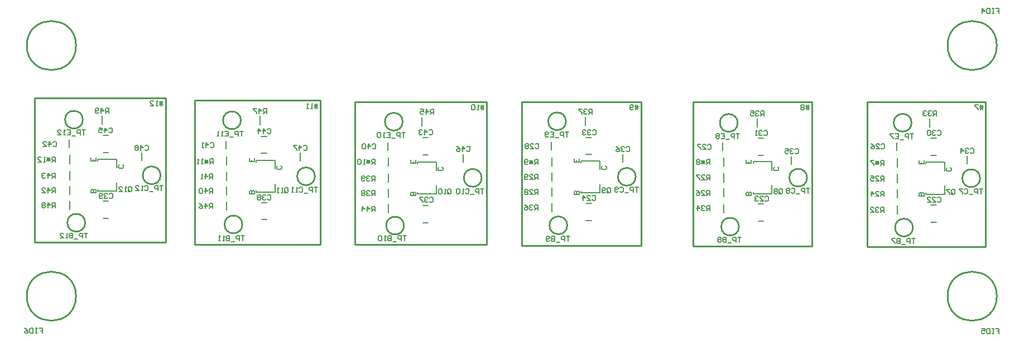
<source format=gbo>
G04 Layer_Color=32896*
%FSLAX25Y25*%
%MOIN*%
G70*
G01*
G75*
%ADD21C,0.01000*%
%ADD23C,0.00787*%
%ADD24C,0.00500*%
D21*
X43747Y130640D02*
G03*
X43747Y130640I-5315J0D01*
G01*
X45140Y68940D02*
G03*
X45140Y68940I-5315J0D01*
G01*
X182403Y96740D02*
G03*
X182403Y96740I-5315J0D01*
G01*
X234818Y129400D02*
G03*
X234818Y129400I-5315J0D01*
G01*
X235603Y67240D02*
G03*
X235603Y67240I-5315J0D01*
G01*
X374015Y96454D02*
G03*
X374015Y96454I-5315J0D01*
G01*
X579726Y95600D02*
G03*
X579726Y95600I-5315J0D01*
G01*
X90203Y97340D02*
G03*
X90203Y97340I-5315J0D01*
G01*
X138147Y130240D02*
G03*
X138147Y130240I-5315J0D01*
G01*
X139040Y67940D02*
G03*
X139040Y67940I-5315J0D01*
G01*
X281975Y95800D02*
G03*
X281975Y95800I-5315J0D01*
G01*
X332358Y129660D02*
G03*
X332358Y129660I-5315J0D01*
G01*
X333124Y67400D02*
G03*
X333124Y67400I-5315J0D01*
G01*
X434915Y128700D02*
G03*
X434915Y128700I-5315J0D01*
G01*
X435709Y66600D02*
G03*
X435709Y66600I-5315J0D01*
G01*
X476372Y95900D02*
G03*
X476372Y95900I-5315J0D01*
G01*
X538769Y128800D02*
G03*
X538769Y128800I-5315J0D01*
G01*
X539563Y66040D02*
G03*
X539563Y66040I-5315J0D01*
G01*
X39705Y175000D02*
G03*
X39705Y175000I-14705J0D01*
G01*
Y25000D02*
G03*
X39705Y25000I-14705J0D01*
G01*
X589705Y175000D02*
G03*
X589705Y175000I-14705J0D01*
G01*
Y25000D02*
G03*
X589705Y25000I-14705J0D01*
G01*
X206160Y141200D02*
X284860D01*
X206160Y55740D02*
X284860D01*
X306000Y141200D02*
X377200D01*
X15088Y143500D02*
X93288D01*
X15088Y57240D02*
X93288D01*
X512211Y141200D02*
X583011D01*
X306000Y55400D02*
X377200D01*
X512211Y54440D02*
X583011D01*
X408157Y55000D02*
X479357D01*
X110700Y142100D02*
X185588D01*
X110700Y55840D02*
X185588D01*
X408157Y141200D02*
X479357D01*
X206160Y55740D02*
Y141200D01*
X15088Y57240D02*
Y143500D01*
X93288Y57240D02*
Y143500D01*
X110700Y55840D02*
Y142100D01*
X185588Y55840D02*
Y142100D01*
X284860Y55740D02*
Y141200D01*
X306000Y55400D02*
Y141200D01*
X377200Y55400D02*
Y141200D01*
X408157Y55000D02*
Y141200D01*
X479357Y55000D02*
Y141200D01*
X512211Y54440D02*
Y141200D01*
X583011Y54440D02*
Y141200D01*
D23*
X558583Y86000D02*
Y91200D01*
X547283Y86000D02*
X558583D01*
X547283D02*
Y87000D01*
Y104200D02*
Y105200D01*
X558583D01*
Y100000D02*
Y105200D01*
X35888Y76881D02*
Y81999D01*
X78800Y106138D02*
Y110862D01*
X150483Y81058D02*
X153632D01*
X150483Y70822D02*
X153632D01*
X150413Y120658D02*
X153563D01*
X150413Y110422D02*
X153563D01*
X173600Y106038D02*
Y110762D01*
X226360Y74981D02*
Y80099D01*
X344397Y119978D02*
X347546D01*
X344397Y109742D02*
X347546D01*
X344425Y80618D02*
X347575D01*
X344425Y70382D02*
X347575D01*
X426457Y102941D02*
Y108059D01*
X447282Y80218D02*
X450431D01*
X447282Y69982D02*
X450431D01*
X426457Y74941D02*
Y80059D01*
X530311Y102381D02*
Y107499D01*
Y74181D02*
Y79299D01*
X571900Y104238D02*
Y108962D01*
X550436Y79458D02*
X553586D01*
X550436Y69222D02*
X553586D01*
X35488Y113778D02*
Y118502D01*
X35888Y94691D02*
Y99809D01*
Y85881D02*
Y90999D01*
Y104381D02*
Y109499D01*
X129288Y113278D02*
Y118002D01*
X129600Y76441D02*
Y81559D01*
X129588Y94281D02*
Y99399D01*
X129688Y103481D02*
Y108599D01*
X225960Y112338D02*
Y117062D01*
X226360Y93241D02*
Y98359D01*
Y102881D02*
Y107999D01*
X271000Y105238D02*
Y109962D01*
X323500Y112498D02*
Y117222D01*
X323872Y84801D02*
Y89919D01*
Y102901D02*
Y108019D01*
Y93895D02*
Y99013D01*
X343800Y127101D02*
Y132219D01*
X352572Y86860D02*
Y92060D01*
X341272Y86860D02*
X352572D01*
X341272D02*
Y87860D01*
Y105060D02*
Y106060D01*
X352572D01*
Y100860D02*
Y106060D01*
X447282Y119618D02*
X450431D01*
X447282Y109382D02*
X450431D01*
X446657Y126141D02*
Y131259D01*
X426457Y84441D02*
Y89559D01*
Y93395D02*
Y98513D01*
X529911Y112138D02*
Y116862D01*
X530311Y83781D02*
Y88899D01*
Y93035D02*
Y98154D01*
X550408Y119618D02*
X553557D01*
X550408Y109382D02*
X553557D01*
X549713Y126241D02*
Y131359D01*
X129600Y85441D02*
Y90559D01*
X226360Y84281D02*
Y89399D01*
X323900Y75541D02*
Y80659D01*
X426057Y112176D02*
Y116900D01*
X455428Y86360D02*
Y91560D01*
X444128Y86360D02*
X455428D01*
X444128D02*
Y87360D01*
Y104560D02*
Y105560D01*
X455428D01*
Y100360D02*
Y105560D01*
X55913Y81758D02*
X59063D01*
X55913Y71522D02*
X59063D01*
X55913Y121258D02*
X59063D01*
X55913Y111022D02*
X59063D01*
X246957Y79118D02*
X250106D01*
X246957Y68882D02*
X250106D01*
X246857Y119818D02*
X250006D01*
X246857Y109582D02*
X250006D01*
X467028Y103998D02*
Y108722D01*
X55288Y127900D02*
Y133018D01*
X149788Y127681D02*
Y132799D01*
X246232Y126841D02*
Y131959D01*
X366200Y105138D02*
Y109862D01*
X64088Y87740D02*
Y92940D01*
X52788Y87740D02*
X64088D01*
X52788D02*
Y88740D01*
Y105940D02*
Y106940D01*
X64088D01*
Y101740D02*
Y106940D01*
X158588Y87140D02*
Y92340D01*
X147288Y87140D02*
X158588D01*
X147288D02*
Y88140D01*
Y105340D02*
Y106340D01*
X158588D01*
Y101140D02*
Y106340D01*
X255031Y86200D02*
Y91400D01*
X243731Y86200D02*
X255031D01*
X243731D02*
Y87200D01*
Y104400D02*
Y105400D01*
X255031D01*
Y100200D02*
Y105400D01*
D24*
X45131Y124539D02*
X43132D01*
X44132D01*
Y121540D01*
X42132D02*
Y124539D01*
X40633D01*
X40133Y124039D01*
Y123040D01*
X40633Y122540D01*
X42132D01*
X39133Y121040D02*
X37134D01*
X34135Y124539D02*
X36134D01*
Y121540D01*
X34135D01*
X36134Y123040D02*
X35135D01*
X33135Y121540D02*
X32136D01*
X32636D01*
Y124539D01*
X33135Y124039D01*
X28637Y121540D02*
X30636D01*
X28637Y123539D01*
Y124039D01*
X29137Y124539D01*
X30136D01*
X30636Y124039D01*
X139532Y123739D02*
X137532D01*
X138532D01*
Y120740D01*
X136532D02*
Y123739D01*
X135033D01*
X134533Y123239D01*
Y122240D01*
X135033Y121740D01*
X136532D01*
X133533Y120240D02*
X131534D01*
X128535Y123739D02*
X130534D01*
Y120740D01*
X128535D01*
X130534Y122240D02*
X129535D01*
X127535Y120740D02*
X126536D01*
X127035D01*
Y123739D01*
X127535Y123239D01*
X125036Y120740D02*
X124037D01*
X124536D01*
Y123739D01*
X125036Y123239D01*
X236260Y123039D02*
X234261D01*
X235260D01*
Y120040D01*
X233261D02*
Y123039D01*
X231761D01*
X231261Y122539D01*
Y121540D01*
X231761Y121040D01*
X233261D01*
X230262Y119540D02*
X228262D01*
X225263Y123039D02*
X227263D01*
Y120040D01*
X225263D01*
X227263Y121540D02*
X226263D01*
X224264Y120040D02*
X223264D01*
X223764D01*
Y123039D01*
X224264Y122539D01*
X221764D02*
X221265Y123039D01*
X220265D01*
X219765Y122539D01*
Y120540D01*
X220265Y120040D01*
X221265D01*
X221764Y120540D01*
Y122539D01*
X333843Y123359D02*
X331844D01*
X332844D01*
Y120360D01*
X330844D02*
Y123359D01*
X329345D01*
X328845Y122859D01*
Y121859D01*
X329345Y121360D01*
X330844D01*
X327845Y119860D02*
X325846D01*
X322847Y123359D02*
X324846D01*
Y120360D01*
X322847D01*
X324846Y121859D02*
X323847D01*
X321847Y120860D02*
X321347Y120360D01*
X320348D01*
X319848Y120860D01*
Y122859D01*
X320348Y123359D01*
X321347D01*
X321847Y122859D01*
Y122359D01*
X321347Y121859D01*
X319848D01*
X436100Y122399D02*
X434101D01*
X435100D01*
Y119400D01*
X433101D02*
Y122399D01*
X431601D01*
X431102Y121899D01*
Y120899D01*
X431601Y120400D01*
X433101D01*
X430102Y118900D02*
X428103D01*
X425104Y122399D02*
X427103D01*
Y119400D01*
X425104D01*
X427103Y120899D02*
X426103D01*
X424104Y121899D02*
X423604Y122399D01*
X422604D01*
X422105Y121899D01*
Y121399D01*
X422604Y120899D01*
X422105Y120400D01*
Y119900D01*
X422604Y119400D01*
X423604D01*
X424104Y119900D01*
Y120400D01*
X423604Y120899D01*
X424104Y121399D01*
Y121899D01*
X423604Y120899D02*
X422604D01*
X540054Y122199D02*
X538055D01*
X539055D01*
Y119200D01*
X537055D02*
Y122199D01*
X535556D01*
X535056Y121699D01*
Y120700D01*
X535556Y120200D01*
X537055D01*
X534056Y118700D02*
X532057D01*
X529058Y122199D02*
X531057D01*
Y119200D01*
X529058D01*
X531057Y120700D02*
X530058D01*
X528058Y122199D02*
X526059D01*
Y121699D01*
X528058Y119700D01*
Y119200D01*
X91688Y91139D02*
X89689D01*
X90689D01*
Y88140D01*
X88689D02*
Y91139D01*
X87190D01*
X86690Y90639D01*
Y89640D01*
X87190Y89140D01*
X88689D01*
X85690Y87640D02*
X83691D01*
X80692Y90639D02*
X81192Y91139D01*
X82191D01*
X82691Y90639D01*
Y88640D01*
X82191Y88140D01*
X81192D01*
X80692Y88640D01*
X79692Y88140D02*
X78692D01*
X79192D01*
Y91139D01*
X79692Y90639D01*
X75194Y88140D02*
X77193D01*
X75194Y90140D01*
Y90639D01*
X75693Y91139D01*
X76693D01*
X77193Y90639D01*
X183988Y90139D02*
X181989D01*
X182989D01*
Y87140D01*
X180989D02*
Y90139D01*
X179490D01*
X178990Y89639D01*
Y88640D01*
X179490Y88140D01*
X180989D01*
X177990Y86640D02*
X175991D01*
X172992Y89639D02*
X173492Y90139D01*
X174491D01*
X174991Y89639D01*
Y87640D01*
X174491Y87140D01*
X173492D01*
X172992Y87640D01*
X171992Y87140D02*
X170992D01*
X171492D01*
Y90139D01*
X171992Y89639D01*
X169493Y87140D02*
X168493D01*
X168993D01*
Y90139D01*
X169493Y89639D01*
X283360Y89299D02*
X281361D01*
X282360D01*
Y86300D01*
X280361D02*
Y89299D01*
X278861D01*
X278361Y88799D01*
Y87800D01*
X278861Y87300D01*
X280361D01*
X277362Y85800D02*
X275362D01*
X272363Y88799D02*
X272863Y89299D01*
X273863D01*
X274363Y88799D01*
Y86800D01*
X273863Y86300D01*
X272863D01*
X272363Y86800D01*
X271364Y86300D02*
X270364D01*
X270864D01*
Y89299D01*
X271364Y88799D01*
X268864D02*
X268365Y89299D01*
X267365D01*
X266865Y88799D01*
Y86800D01*
X267365Y86300D01*
X268365D01*
X268864Y86800D01*
Y88799D01*
X375600Y90253D02*
X373601D01*
X374600D01*
Y87254D01*
X372601D02*
Y90253D01*
X371101D01*
X370602Y89754D01*
Y88754D01*
X371101Y88254D01*
X372601D01*
X369602Y86755D02*
X367603D01*
X364604Y89754D02*
X365103Y90253D01*
X366103D01*
X366603Y89754D01*
Y87754D01*
X366103Y87254D01*
X365103D01*
X364604Y87754D01*
X363604D02*
X363104Y87254D01*
X362104D01*
X361604Y87754D01*
Y89754D01*
X362104Y90253D01*
X363104D01*
X363604Y89754D01*
Y89254D01*
X363104Y88754D01*
X361604D01*
X477957Y89699D02*
X475957D01*
X476957D01*
Y86700D01*
X474958D02*
Y89699D01*
X473458D01*
X472958Y89199D01*
Y88200D01*
X473458Y87700D01*
X474958D01*
X471959Y86200D02*
X469959D01*
X466960Y89199D02*
X467460Y89699D01*
X468460D01*
X468960Y89199D01*
Y87200D01*
X468460Y86700D01*
X467460D01*
X466960Y87200D01*
X465961Y89199D02*
X465461Y89699D01*
X464461D01*
X463961Y89199D01*
Y88699D01*
X464461Y88200D01*
X463961Y87700D01*
Y87200D01*
X464461Y86700D01*
X465461D01*
X465961Y87200D01*
Y87700D01*
X465461Y88200D01*
X465961Y88699D01*
Y89199D01*
X465461Y88200D02*
X464461D01*
X581211Y89299D02*
X579212D01*
X580211D01*
Y86300D01*
X578212D02*
Y89299D01*
X576713D01*
X576213Y88799D01*
Y87800D01*
X576713Y87300D01*
X578212D01*
X575213Y85800D02*
X573214D01*
X570215Y88799D02*
X570715Y89299D01*
X571714D01*
X572214Y88799D01*
Y86800D01*
X571714Y86300D01*
X570715D01*
X570215Y86800D01*
X569215Y89299D02*
X567216D01*
Y88799D01*
X569215Y86800D01*
Y86300D01*
X46625Y62739D02*
X44626D01*
X45625D01*
Y59740D01*
X43626D02*
Y62739D01*
X42127D01*
X41627Y62239D01*
Y61240D01*
X42127Y60740D01*
X43626D01*
X40627Y59240D02*
X38628D01*
X37628Y62739D02*
Y59740D01*
X36129D01*
X35629Y60240D01*
Y60740D01*
X36129Y61240D01*
X37628D01*
X36129D01*
X35629Y61739D01*
Y62239D01*
X36129Y62739D01*
X37628D01*
X34629Y59740D02*
X33629D01*
X34129D01*
Y62739D01*
X34629Y62239D01*
X30130Y59740D02*
X32130D01*
X30130Y61739D01*
Y62239D01*
X30630Y62739D01*
X31630D01*
X32130Y62239D01*
X140354Y61179D02*
X138354D01*
X139354D01*
Y58180D01*
X137355D02*
Y61179D01*
X135855D01*
X135355Y60680D01*
Y59680D01*
X135855Y59180D01*
X137355D01*
X134355Y57680D02*
X132356D01*
X131357Y61179D02*
Y58180D01*
X129857D01*
X129357Y58680D01*
Y59180D01*
X129857Y59680D01*
X131357D01*
X129857D01*
X129357Y60180D01*
Y60680D01*
X129857Y61179D01*
X131357D01*
X128357Y58180D02*
X127358D01*
X127858D01*
Y61179D01*
X128357Y60680D01*
X125858Y58180D02*
X124859D01*
X125358D01*
Y61179D01*
X125858Y60680D01*
X236888Y61139D02*
X234889D01*
X235888D01*
Y58140D01*
X233889D02*
Y61139D01*
X232389D01*
X231890Y60639D01*
Y59640D01*
X232389Y59140D01*
X233889D01*
X230890Y57640D02*
X228891D01*
X227891Y61139D02*
Y58140D01*
X226391D01*
X225892Y58640D01*
Y59140D01*
X226391Y59640D01*
X227891D01*
X226391D01*
X225892Y60140D01*
Y60639D01*
X226391Y61139D01*
X227891D01*
X224892Y58140D02*
X223892D01*
X224392D01*
Y61139D01*
X224892Y60639D01*
X222393D02*
X221893Y61139D01*
X220893D01*
X220393Y60639D01*
Y58640D01*
X220893Y58140D01*
X221893D01*
X222393Y58640D01*
Y60639D01*
X334509Y60799D02*
X332509D01*
X333509D01*
Y57800D01*
X331510D02*
Y60799D01*
X330010D01*
X329510Y60299D01*
Y59299D01*
X330010Y58800D01*
X331510D01*
X328511Y57300D02*
X326511D01*
X325512Y60799D02*
Y57800D01*
X324012D01*
X323512Y58300D01*
Y58800D01*
X324012Y59299D01*
X325512D01*
X324012D01*
X323512Y59799D01*
Y60299D01*
X324012Y60799D01*
X325512D01*
X322513Y58300D02*
X322013Y57800D01*
X321013D01*
X320513Y58300D01*
Y60299D01*
X321013Y60799D01*
X322013D01*
X322513Y60299D01*
Y59799D01*
X322013Y59299D01*
X320513D01*
X437094Y60399D02*
X435094D01*
X436094D01*
Y57400D01*
X434095D02*
Y60399D01*
X432595D01*
X432095Y59899D01*
Y58899D01*
X432595Y58400D01*
X434095D01*
X431096Y56900D02*
X429096D01*
X428097Y60399D02*
Y57400D01*
X426597D01*
X426097Y57900D01*
Y58400D01*
X426597Y58899D01*
X428097D01*
X426597D01*
X426097Y59399D01*
Y59899D01*
X426597Y60399D01*
X428097D01*
X425098Y59899D02*
X424598Y60399D01*
X423598D01*
X423098Y59899D01*
Y59399D01*
X423598Y58899D01*
X423098Y58400D01*
Y57900D01*
X423598Y57400D01*
X424598D01*
X425098Y57900D01*
Y58400D01*
X424598Y58899D01*
X425098Y59399D01*
Y59899D01*
X424598Y58899D02*
X423598D01*
X540948Y59539D02*
X538949D01*
X539948D01*
Y56540D01*
X537949D02*
Y59539D01*
X536449D01*
X535950Y59039D01*
Y58040D01*
X536449Y57540D01*
X537949D01*
X534950Y56040D02*
X532951D01*
X531951Y59539D02*
Y56540D01*
X530451D01*
X529952Y57040D01*
Y57540D01*
X530451Y58040D01*
X531951D01*
X530451D01*
X529952Y58539D01*
Y59039D01*
X530451Y59539D01*
X531951D01*
X528952D02*
X526953D01*
Y59039D01*
X528952Y57040D01*
Y56540D01*
X27446Y105282D02*
Y108281D01*
X25947D01*
X25447Y107781D01*
Y106781D01*
X25947Y106282D01*
X27446D01*
X26447D02*
X25447Y105282D01*
X24447Y107781D02*
X22448Y105782D01*
X24447D02*
X22448Y107781D01*
X24447Y106781D02*
X22448D01*
X23448Y105782D02*
Y107781D01*
X21448Y105282D02*
X20449D01*
X20949D01*
Y108281D01*
X21448Y107781D01*
X16950Y105282D02*
X18949D01*
X16950Y107281D01*
Y107781D01*
X17450Y108281D01*
X18449D01*
X18949Y107781D01*
X121488Y104140D02*
Y107139D01*
X119989D01*
X119489Y106639D01*
Y105640D01*
X119989Y105140D01*
X121488D01*
X120489D02*
X119489Y104140D01*
X118489Y106639D02*
X116490Y104640D01*
X118489D02*
X116490Y106639D01*
X118489Y105640D02*
X116490D01*
X117490Y104640D02*
Y106639D01*
X115490Y104140D02*
X114490D01*
X114990D01*
Y107139D01*
X115490Y106639D01*
X112991Y104140D02*
X111991D01*
X112491D01*
Y107139D01*
X112991Y106639D01*
X218360Y103940D02*
Y106939D01*
X216860D01*
X216360Y106439D01*
Y105440D01*
X216860Y104940D01*
X218360D01*
X217360D02*
X216360Y103940D01*
X215361Y106439D02*
X213361Y104440D01*
X215361D02*
X213361Y106439D01*
X215361Y105440D02*
X213361D01*
X214361Y104440D02*
Y106439D01*
X212362Y103940D02*
X211362D01*
X211862D01*
Y106939D01*
X212362Y106439D01*
X209863D02*
X209363Y106939D01*
X208363D01*
X207863Y106439D01*
Y104440D01*
X208363Y103940D01*
X209363D01*
X209863Y104440D01*
Y106439D01*
X315700Y103900D02*
Y106899D01*
X314200D01*
X313701Y106399D01*
Y105400D01*
X314200Y104900D01*
X315700D01*
X314700D02*
X313701Y103900D01*
X312701Y106399D02*
X310702Y104400D01*
X312701D02*
X310702Y106399D01*
X312701Y105400D02*
X310702D01*
X311701Y104400D02*
Y106399D01*
X309702Y104400D02*
X309202Y103900D01*
X308202D01*
X307703Y104400D01*
Y106399D01*
X308202Y106899D01*
X309202D01*
X309702Y106399D01*
Y105899D01*
X309202Y105400D01*
X307703D01*
X418357Y103800D02*
Y106799D01*
X416857D01*
X416357Y106299D01*
Y105299D01*
X416857Y104800D01*
X418357D01*
X417357D02*
X416357Y103800D01*
X415358Y106299D02*
X413358Y104300D01*
X415358D02*
X413358Y106299D01*
X415358Y105299D02*
X413358D01*
X414358Y104300D02*
Y106299D01*
X412359D02*
X411859Y106799D01*
X410859D01*
X410359Y106299D01*
Y105799D01*
X410859Y105299D01*
X410359Y104800D01*
Y104300D01*
X410859Y103800D01*
X411859D01*
X412359Y104300D01*
Y104800D01*
X411859Y105299D01*
X412359Y105799D01*
Y106299D01*
X411859Y105299D02*
X410859D01*
X522311Y103340D02*
Y106339D01*
X520812D01*
X520312Y105839D01*
Y104840D01*
X520812Y104340D01*
X522311D01*
X521311D02*
X520312Y103340D01*
X519312Y105839D02*
X517313Y103840D01*
X519312D02*
X517313Y105839D01*
X519312Y104840D02*
X517313D01*
X518312Y103840D02*
Y105839D01*
X516313Y106339D02*
X514314D01*
Y105839D01*
X516313Y103840D01*
Y103340D01*
X59225Y134459D02*
Y137458D01*
X57726D01*
X57226Y136958D01*
Y135959D01*
X57726Y135459D01*
X59225D01*
X58226D02*
X57226Y134459D01*
X54727D02*
Y137458D01*
X56226Y135959D01*
X54227D01*
X53227Y134959D02*
X52727Y134459D01*
X51728D01*
X51228Y134959D01*
Y136958D01*
X51728Y137458D01*
X52727D01*
X53227Y136958D01*
Y136458D01*
X52727Y135959D01*
X51228D01*
X27388Y78040D02*
Y81039D01*
X25889D01*
X25389Y80539D01*
Y79540D01*
X25889Y79040D01*
X27388D01*
X26388D02*
X25389Y78040D01*
X22890D02*
Y81039D01*
X24389Y79540D01*
X22390D01*
X21390Y80539D02*
X20890Y81039D01*
X19891D01*
X19391Y80539D01*
Y80040D01*
X19891Y79540D01*
X19391Y79040D01*
Y78540D01*
X19891Y78040D01*
X20890D01*
X21390Y78540D01*
Y79040D01*
X20890Y79540D01*
X21390Y80040D01*
Y80539D01*
X20890Y79540D02*
X19891D01*
X153588Y134340D02*
Y137339D01*
X152089D01*
X151589Y136839D01*
Y135840D01*
X152089Y135340D01*
X153588D01*
X152588D02*
X151589Y134340D01*
X149090D02*
Y137339D01*
X150589Y135840D01*
X148590D01*
X147590Y137339D02*
X145591D01*
Y136839D01*
X147590Y134840D01*
Y134340D01*
X121300Y77500D02*
Y80499D01*
X119800D01*
X119301Y79999D01*
Y79000D01*
X119800Y78500D01*
X121300D01*
X120300D02*
X119301Y77500D01*
X116801D02*
Y80499D01*
X118301Y79000D01*
X116302D01*
X113303Y80499D02*
X114302Y79999D01*
X115302Y79000D01*
Y78000D01*
X114802Y77500D01*
X113802D01*
X113303Y78000D01*
Y78500D01*
X113802Y79000D01*
X115302D01*
X253300Y133800D02*
Y136799D01*
X251800D01*
X251301Y136299D01*
Y135300D01*
X251800Y134800D01*
X253300D01*
X252300D02*
X251301Y133800D01*
X248801D02*
Y136799D01*
X250301Y135300D01*
X248302D01*
X245303Y136799D02*
X247302D01*
Y135300D01*
X246302Y135799D01*
X245802D01*
X245303Y135300D01*
Y134300D01*
X245802Y133800D01*
X246802D01*
X247302Y134300D01*
X218160Y75740D02*
Y78739D01*
X216660D01*
X216160Y78239D01*
Y77240D01*
X216660Y76740D01*
X218160D01*
X217160D02*
X216160Y75740D01*
X213661D02*
Y78739D01*
X215161Y77240D01*
X213161D01*
X210662Y75740D02*
Y78739D01*
X212162Y77240D01*
X210162D01*
X27388Y95640D02*
Y98639D01*
X25889D01*
X25389Y98139D01*
Y97140D01*
X25889Y96640D01*
X27388D01*
X26388D02*
X25389Y95640D01*
X22890D02*
Y98639D01*
X24389Y97140D01*
X22390D01*
X21390Y98139D02*
X20890Y98639D01*
X19891D01*
X19391Y98139D01*
Y97640D01*
X19891Y97140D01*
X20390D01*
X19891D01*
X19391Y96640D01*
Y96140D01*
X19891Y95640D01*
X20890D01*
X21390Y96140D01*
X27446Y86840D02*
Y89839D01*
X25947D01*
X25447Y89339D01*
Y88340D01*
X25947Y87840D01*
X27446D01*
X26447D02*
X25447Y86840D01*
X22948D02*
Y89839D01*
X24447Y88340D01*
X22448D01*
X19449Y86840D02*
X21448D01*
X19449Y88840D01*
Y89339D01*
X19949Y89839D01*
X20949D01*
X21448Y89339D01*
X121388Y95140D02*
Y98139D01*
X119889D01*
X119389Y97639D01*
Y96640D01*
X119889Y96140D01*
X121388D01*
X120388D02*
X119389Y95140D01*
X116890D02*
Y98139D01*
X118389Y96640D01*
X116390D01*
X115390Y95140D02*
X114390D01*
X114890D01*
Y98139D01*
X115390Y97639D01*
X121400Y86500D02*
Y89499D01*
X119901D01*
X119401Y88999D01*
Y87999D01*
X119901Y87500D01*
X121400D01*
X120400D02*
X119401Y86500D01*
X116901D02*
Y89499D01*
X118401Y87999D01*
X116402D01*
X115402Y88999D02*
X114902Y89499D01*
X113902D01*
X113403Y88999D01*
Y87000D01*
X113902Y86500D01*
X114902D01*
X115402Y87000D01*
Y88999D01*
X218160Y94040D02*
Y97039D01*
X216660D01*
X216160Y96539D01*
Y95540D01*
X216660Y95040D01*
X218160D01*
X217160D02*
X216160Y94040D01*
X215161Y96539D02*
X214661Y97039D01*
X213661D01*
X213161Y96539D01*
Y96039D01*
X213661Y95540D01*
X214161D01*
X213661D01*
X213161Y95040D01*
Y94540D01*
X213661Y94040D01*
X214661D01*
X215161Y94540D01*
X212162D02*
X211662Y94040D01*
X210662D01*
X210162Y94540D01*
Y96539D01*
X210662Y97039D01*
X211662D01*
X212162Y96539D01*
Y96039D01*
X211662Y95540D01*
X210162D01*
X218160Y85200D02*
Y88199D01*
X216660D01*
X216160Y87699D01*
Y86699D01*
X216660Y86200D01*
X218160D01*
X217160D02*
X216160Y85200D01*
X215161Y87699D02*
X214661Y88199D01*
X213661D01*
X213161Y87699D01*
Y87199D01*
X213661Y86699D01*
X214161D01*
X213661D01*
X213161Y86200D01*
Y85700D01*
X213661Y85200D01*
X214661D01*
X215161Y85700D01*
X212162Y87699D02*
X211662Y88199D01*
X210662D01*
X210162Y87699D01*
Y87199D01*
X210662Y86699D01*
X210162Y86200D01*
Y85700D01*
X210662Y85200D01*
X211662D01*
X212162Y85700D01*
Y86200D01*
X211662Y86699D01*
X212162Y87199D01*
Y87699D01*
X211662Y86699D02*
X210662D01*
X348000Y133960D02*
Y136959D01*
X346500D01*
X346001Y136459D01*
Y135459D01*
X346500Y134959D01*
X348000D01*
X347000D02*
X346001Y133960D01*
X345001Y136459D02*
X344501Y136959D01*
X343501D01*
X343002Y136459D01*
Y135959D01*
X343501Y135459D01*
X344001D01*
X343501D01*
X343002Y134959D01*
Y134460D01*
X343501Y133960D01*
X344501D01*
X345001Y134460D01*
X342002Y136959D02*
X340003D01*
Y136459D01*
X342002Y134460D01*
Y133960D01*
X315600Y76600D02*
Y79599D01*
X314101D01*
X313601Y79099D01*
Y78100D01*
X314101Y77600D01*
X315600D01*
X314600D02*
X313601Y76600D01*
X312601Y79099D02*
X312101Y79599D01*
X311102D01*
X310602Y79099D01*
Y78599D01*
X311102Y78100D01*
X311601D01*
X311102D01*
X310602Y77600D01*
Y77100D01*
X311102Y76600D01*
X312101D01*
X312601Y77100D01*
X307603Y79599D02*
X308602Y79099D01*
X309602Y78100D01*
Y77100D01*
X309102Y76600D01*
X308102D01*
X307603Y77100D01*
Y77600D01*
X308102Y78100D01*
X309602D01*
X450594Y132800D02*
Y135799D01*
X449094D01*
X448594Y135299D01*
Y134300D01*
X449094Y133800D01*
X450594D01*
X449594D02*
X448594Y132800D01*
X447595Y135299D02*
X447095Y135799D01*
X446095D01*
X445595Y135299D01*
Y134799D01*
X446095Y134300D01*
X446595D01*
X446095D01*
X445595Y133800D01*
Y133300D01*
X446095Y132800D01*
X447095D01*
X447595Y133300D01*
X442596Y135799D02*
X444596D01*
Y134300D01*
X443596Y134799D01*
X443096D01*
X442596Y134300D01*
Y133300D01*
X443096Y132800D01*
X444096D01*
X444596Y133300D01*
X418357Y76200D02*
Y79199D01*
X416857D01*
X416357Y78699D01*
Y77700D01*
X416857Y77200D01*
X418357D01*
X417357D02*
X416357Y76200D01*
X415358Y78699D02*
X414858Y79199D01*
X413858D01*
X413358Y78699D01*
Y78199D01*
X413858Y77700D01*
X414358D01*
X413858D01*
X413358Y77200D01*
Y76700D01*
X413858Y76200D01*
X414858D01*
X415358Y76700D01*
X410859Y76200D02*
Y79199D01*
X412359Y77700D01*
X410359D01*
X553650Y133000D02*
Y135999D01*
X552151D01*
X551651Y135499D01*
Y134500D01*
X552151Y134000D01*
X553650D01*
X552651D02*
X551651Y133000D01*
X550651Y135499D02*
X550151Y135999D01*
X549152D01*
X548652Y135499D01*
Y134999D01*
X549152Y134500D01*
X549652D01*
X549152D01*
X548652Y134000D01*
Y133500D01*
X549152Y133000D01*
X550151D01*
X550651Y133500D01*
X547652Y135499D02*
X547153Y135999D01*
X546153D01*
X545653Y135499D01*
Y134999D01*
X546153Y134500D01*
X546653D01*
X546153D01*
X545653Y134000D01*
Y133500D01*
X546153Y133000D01*
X547153D01*
X547652Y133500D01*
X522233Y75140D02*
Y78139D01*
X520733D01*
X520234Y77639D01*
Y76640D01*
X520733Y76140D01*
X522233D01*
X521233D02*
X520234Y75140D01*
X519234Y77639D02*
X518734Y78139D01*
X517734D01*
X517235Y77639D01*
Y77140D01*
X517734Y76640D01*
X518234D01*
X517734D01*
X517235Y76140D01*
Y75640D01*
X517734Y75140D01*
X518734D01*
X519234Y75640D01*
X514236Y75140D02*
X516235D01*
X514236Y77140D01*
Y77639D01*
X514735Y78139D01*
X515735D01*
X516235Y77639D01*
X315600Y94900D02*
Y97899D01*
X314101D01*
X313601Y97399D01*
Y96399D01*
X314101Y95900D01*
X315600D01*
X314600D02*
X313601Y94900D01*
X310602D02*
X312601D01*
X310602Y96899D01*
Y97399D01*
X311102Y97899D01*
X312101D01*
X312601Y97399D01*
X309602Y95400D02*
X309102Y94900D01*
X308102D01*
X307603Y95400D01*
Y97399D01*
X308102Y97899D01*
X309102D01*
X309602Y97399D01*
Y96899D01*
X309102Y96399D01*
X307603D01*
X315700Y85900D02*
Y88899D01*
X314200D01*
X313701Y88399D01*
Y87400D01*
X314200Y86900D01*
X315700D01*
X314700D02*
X313701Y85900D01*
X310702D02*
X312701D01*
X310702Y87899D01*
Y88399D01*
X311202Y88899D01*
X312201D01*
X312701Y88399D01*
X309702D02*
X309202Y88899D01*
X308202D01*
X307703Y88399D01*
Y87899D01*
X308202Y87400D01*
X307703Y86900D01*
Y86400D01*
X308202Y85900D01*
X309202D01*
X309702Y86400D01*
Y86900D01*
X309202Y87400D01*
X309702Y87899D01*
Y88399D01*
X309202Y87400D02*
X308202D01*
X418357Y94600D02*
Y97599D01*
X416857D01*
X416357Y97099D01*
Y96100D01*
X416857Y95600D01*
X418357D01*
X417357D02*
X416357Y94600D01*
X413358D02*
X415358D01*
X413358Y96599D01*
Y97099D01*
X413858Y97599D01*
X414858D01*
X415358Y97099D01*
X412359Y97599D02*
X410359D01*
Y97099D01*
X412359Y95100D01*
Y94600D01*
X418257Y85400D02*
Y88399D01*
X416757D01*
X416257Y87899D01*
Y86900D01*
X416757Y86400D01*
X418257D01*
X417257D02*
X416257Y85400D01*
X413258D02*
X415258D01*
X413258Y87399D01*
Y87899D01*
X413758Y88399D01*
X414758D01*
X415258Y87899D01*
X410259Y88399D02*
X411259Y87899D01*
X412259Y86900D01*
Y85900D01*
X411759Y85400D01*
X410759D01*
X410259Y85900D01*
Y86400D01*
X410759Y86900D01*
X412259D01*
X522311Y94045D02*
Y97044D01*
X520812D01*
X520312Y96544D01*
Y95544D01*
X520812Y95044D01*
X522311D01*
X521311D02*
X520312Y94045D01*
X517313D02*
X519312D01*
X517313Y96044D01*
Y96544D01*
X517812Y97044D01*
X518812D01*
X519312Y96544D01*
X514314Y97044D02*
X516313D01*
Y95544D01*
X515313Y96044D01*
X514814D01*
X514314Y95544D01*
Y94545D01*
X514814Y94045D01*
X515813D01*
X516313Y94545D01*
X522311Y84740D02*
Y87739D01*
X520812D01*
X520312Y87239D01*
Y86240D01*
X520812Y85740D01*
X522311D01*
X521311D02*
X520312Y84740D01*
X517313D02*
X519312D01*
X517313Y86739D01*
Y87239D01*
X517812Y87739D01*
X518812D01*
X519312Y87239D01*
X514814Y84740D02*
Y87739D01*
X516313Y86240D01*
X514314D01*
X70889Y88040D02*
Y90039D01*
X71389Y90539D01*
X72388D01*
X72888Y90039D01*
Y88040D01*
X72388Y87540D01*
X71389D01*
X71889Y88540D02*
X70889Y87540D01*
X71389D02*
X70889Y88040D01*
X69889Y87540D02*
X68889D01*
X69389D01*
Y90539D01*
X69889Y90039D01*
X65391Y87540D02*
X67390D01*
X65391Y89539D01*
Y90039D01*
X65890Y90539D01*
X66890D01*
X67390Y90039D01*
X164389Y87540D02*
Y89539D01*
X164889Y90039D01*
X165888D01*
X166388Y89539D01*
Y87540D01*
X165888Y87040D01*
X164889D01*
X165389Y88040D02*
X164389Y87040D01*
X164889D02*
X164389Y87540D01*
X163389Y87040D02*
X162390D01*
X162889D01*
Y90039D01*
X163389Y89539D01*
X160890Y87040D02*
X159890D01*
X160390D01*
Y90039D01*
X160890Y89539D01*
X261732Y86600D02*
Y88599D01*
X262232Y89099D01*
X263232D01*
X263732Y88599D01*
Y86600D01*
X263232Y86100D01*
X262232D01*
X262732Y87100D02*
X261732Y86100D01*
X262232D02*
X261732Y86600D01*
X260732Y86100D02*
X259733D01*
X260233D01*
Y89099D01*
X260732Y88599D01*
X258233D02*
X257733Y89099D01*
X256734D01*
X256234Y88599D01*
Y86600D01*
X256734Y86100D01*
X257733D01*
X258233Y86600D01*
Y88599D01*
X356872Y87260D02*
Y89259D01*
X357372Y89759D01*
X358372D01*
X358872Y89259D01*
Y87260D01*
X358372Y86760D01*
X357372D01*
X357872Y87760D02*
X356872Y86760D01*
X357372D02*
X356872Y87260D01*
X355873D02*
X355373Y86760D01*
X354373D01*
X353873Y87260D01*
Y89259D01*
X354373Y89759D01*
X355373D01*
X355873Y89259D01*
Y88759D01*
X355373Y88259D01*
X353873D01*
X459629Y86760D02*
Y88759D01*
X460129Y89259D01*
X461129D01*
X461628Y88759D01*
Y86760D01*
X461129Y86260D01*
X460129D01*
X460629Y87260D02*
X459629Y86260D01*
X460129D02*
X459629Y86760D01*
X458629Y88759D02*
X458130Y89259D01*
X457130D01*
X456630Y88759D01*
Y88259D01*
X457130Y87759D01*
X456630Y87260D01*
Y86760D01*
X457130Y86260D01*
X458130D01*
X458629Y86760D01*
Y87260D01*
X458130Y87759D01*
X458629Y88259D01*
Y88759D01*
X458130Y87759D02*
X457130D01*
X562683Y86500D02*
Y88499D01*
X563183Y88999D01*
X564183D01*
X564683Y88499D01*
Y86500D01*
X564183Y86000D01*
X563183D01*
X563683Y87000D02*
X562683Y86000D01*
X563183D02*
X562683Y86500D01*
X561684Y88999D02*
X559684D01*
Y88499D01*
X561684Y86500D01*
Y86000D01*
X80801Y114899D02*
X81300Y115399D01*
X82300D01*
X82800Y114899D01*
Y112900D01*
X82300Y112400D01*
X81300D01*
X80801Y112900D01*
X78301Y112400D02*
Y115399D01*
X79801Y113900D01*
X77802D01*
X76802Y114899D02*
X76302Y115399D01*
X75302D01*
X74803Y114899D01*
Y114399D01*
X75302Y113900D01*
X74803Y113400D01*
Y112900D01*
X75302Y112400D01*
X76302D01*
X76802Y112900D01*
Y113400D01*
X76302Y113900D01*
X76802Y114399D01*
Y114899D01*
X76302Y113900D02*
X75302D01*
X175501Y114899D02*
X176000Y115399D01*
X177000D01*
X177500Y114899D01*
Y112900D01*
X177000Y112400D01*
X176000D01*
X175501Y112900D01*
X173001Y112400D02*
Y115399D01*
X174501Y113900D01*
X172502D01*
X171502Y115399D02*
X169503D01*
Y114899D01*
X171502Y112900D01*
Y112400D01*
X273101Y114099D02*
X273601Y114599D01*
X274600D01*
X275100Y114099D01*
Y112100D01*
X274600Y111600D01*
X273601D01*
X273101Y112100D01*
X270602Y111600D02*
Y114599D01*
X272101Y113100D01*
X270102D01*
X267103Y114599D02*
X268102Y114099D01*
X269102Y113100D01*
Y112100D01*
X268602Y111600D01*
X267602D01*
X267103Y112100D01*
Y112600D01*
X267602Y113100D01*
X269102D01*
X59389Y125239D02*
X59889Y125739D01*
X60888D01*
X61388Y125239D01*
Y123240D01*
X60888Y122740D01*
X59889D01*
X59389Y123240D01*
X56890Y122740D02*
Y125739D01*
X58389Y124240D01*
X56390D01*
X53391Y125739D02*
X55390D01*
Y124240D01*
X54390Y124740D01*
X53891D01*
X53391Y124240D01*
Y123240D01*
X53891Y122740D01*
X54890D01*
X55390Y123240D01*
X153989Y124739D02*
X154489Y125239D01*
X155488D01*
X155988Y124739D01*
Y122740D01*
X155488Y122240D01*
X154489D01*
X153989Y122740D01*
X151490Y122240D02*
Y125239D01*
X152989Y123740D01*
X150990D01*
X148491Y122240D02*
Y125239D01*
X149990Y123740D01*
X147991D01*
X250532Y124099D02*
X251032Y124599D01*
X252032D01*
X252532Y124099D01*
Y122100D01*
X252032Y121600D01*
X251032D01*
X250532Y122100D01*
X248033Y121600D02*
Y124599D01*
X249532Y123100D01*
X247533D01*
X246533Y124099D02*
X246034Y124599D01*
X245034D01*
X244534Y124099D01*
Y123599D01*
X245034Y123100D01*
X245534D01*
X245034D01*
X244534Y122600D01*
Y122100D01*
X245034Y121600D01*
X246034D01*
X246533Y122100D01*
X26089Y117039D02*
X26589Y117539D01*
X27588D01*
X28088Y117039D01*
Y115040D01*
X27588Y114540D01*
X26589D01*
X26089Y115040D01*
X23590Y114540D02*
Y117539D01*
X25089Y116040D01*
X23090D01*
X20091Y114540D02*
X22090D01*
X20091Y116540D01*
Y117039D01*
X20591Y117539D01*
X21590D01*
X22090Y117039D01*
X119889Y116539D02*
X120389Y117039D01*
X121388D01*
X121888Y116539D01*
Y114540D01*
X121388Y114040D01*
X120389D01*
X119889Y114540D01*
X117390Y114040D02*
Y117039D01*
X118889Y115540D01*
X116890D01*
X115890Y114040D02*
X114890D01*
X115390D01*
Y117039D01*
X115890Y116539D01*
X216660Y115639D02*
X217160Y116139D01*
X218160D01*
X218660Y115639D01*
Y113640D01*
X218160Y113140D01*
X217160D01*
X216660Y113640D01*
X214161Y113140D02*
Y116139D01*
X215661Y114640D01*
X213661D01*
X212662Y115639D02*
X212162Y116139D01*
X211162D01*
X210662Y115639D01*
Y113640D01*
X211162Y113140D01*
X212162D01*
X212662Y113640D01*
Y115639D01*
X59589Y85939D02*
X60089Y86439D01*
X61088D01*
X61588Y85939D01*
Y83940D01*
X61088Y83440D01*
X60089D01*
X59589Y83940D01*
X58589Y85939D02*
X58089Y86439D01*
X57090D01*
X56590Y85939D01*
Y85439D01*
X57090Y84940D01*
X57590D01*
X57090D01*
X56590Y84440D01*
Y83940D01*
X57090Y83440D01*
X58089D01*
X58589Y83940D01*
X55590D02*
X55090Y83440D01*
X54091D01*
X53591Y83940D01*
Y85939D01*
X54091Y86439D01*
X55090D01*
X55590Y85939D01*
Y85439D01*
X55090Y84940D01*
X53591D01*
X153958Y85139D02*
X154458Y85639D01*
X155458D01*
X155957Y85139D01*
Y83140D01*
X155458Y82640D01*
X154458D01*
X153958Y83140D01*
X152958Y85139D02*
X152459Y85639D01*
X151459D01*
X150959Y85139D01*
Y84640D01*
X151459Y84140D01*
X151959D01*
X151459D01*
X150959Y83640D01*
Y83140D01*
X151459Y82640D01*
X152459D01*
X152958Y83140D01*
X149959Y85139D02*
X149460Y85639D01*
X148460D01*
X147960Y85139D01*
Y84640D01*
X148460Y84140D01*
X147960Y83640D01*
Y83140D01*
X148460Y82640D01*
X149460D01*
X149959Y83140D01*
Y83640D01*
X149460Y84140D01*
X149959Y84640D01*
Y85139D01*
X149460Y84140D02*
X148460D01*
X250832Y83599D02*
X251332Y84099D01*
X252332D01*
X252832Y83599D01*
Y81600D01*
X252332Y81100D01*
X251332D01*
X250832Y81600D01*
X249832Y83599D02*
X249333Y84099D01*
X248333D01*
X247833Y83599D01*
Y83099D01*
X248333Y82600D01*
X248833D01*
X248333D01*
X247833Y82100D01*
Y81600D01*
X248333Y81100D01*
X249333D01*
X249832Y81600D01*
X246833Y84099D02*
X244834D01*
Y83599D01*
X246833Y81600D01*
Y81100D01*
X368301Y113999D02*
X368800Y114499D01*
X369800D01*
X370300Y113999D01*
Y112000D01*
X369800Y111500D01*
X368800D01*
X368301Y112000D01*
X367301Y113999D02*
X366801Y114499D01*
X365802D01*
X365302Y113999D01*
Y113499D01*
X365802Y112999D01*
X366301D01*
X365802D01*
X365302Y112500D01*
Y112000D01*
X365802Y111500D01*
X366801D01*
X367301Y112000D01*
X362303Y114499D02*
X363302Y113999D01*
X364302Y112999D01*
Y112000D01*
X363802Y111500D01*
X362802D01*
X362303Y112000D01*
Y112500D01*
X362802Y112999D01*
X364302D01*
X469229Y112859D02*
X469729Y113359D01*
X470728D01*
X471228Y112859D01*
Y110860D01*
X470728Y110360D01*
X469729D01*
X469229Y110860D01*
X468229Y112859D02*
X467730Y113359D01*
X466730D01*
X466230Y112859D01*
Y112359D01*
X466730Y111859D01*
X467230D01*
X466730D01*
X466230Y111360D01*
Y110860D01*
X466730Y110360D01*
X467730D01*
X468229Y110860D01*
X463231Y113359D02*
X465230D01*
Y111859D01*
X464231Y112359D01*
X463731D01*
X463231Y111859D01*
Y110860D01*
X463731Y110360D01*
X464730D01*
X465230Y110860D01*
X573901Y112999D02*
X574401Y113499D01*
X575400D01*
X575900Y112999D01*
Y111000D01*
X575400Y110500D01*
X574401D01*
X573901Y111000D01*
X572901Y112999D02*
X572401Y113499D01*
X571402D01*
X570902Y112999D01*
Y112499D01*
X571402Y111999D01*
X571901D01*
X571402D01*
X570902Y111500D01*
Y111000D01*
X571402Y110500D01*
X572401D01*
X572901Y111000D01*
X568402Y110500D02*
Y113499D01*
X569902Y111999D01*
X567903D01*
X348172Y124059D02*
X348672Y124559D01*
X349672D01*
X350172Y124059D01*
Y122060D01*
X349672Y121560D01*
X348672D01*
X348172Y122060D01*
X347173Y124059D02*
X346673Y124559D01*
X345673D01*
X345173Y124059D01*
Y123559D01*
X345673Y123059D01*
X346173D01*
X345673D01*
X345173Y122559D01*
Y122060D01*
X345673Y121560D01*
X346673D01*
X347173Y122060D01*
X344174Y124059D02*
X343674Y124559D01*
X342674D01*
X342174Y124059D01*
Y123559D01*
X342674Y123059D01*
X343174D01*
X342674D01*
X342174Y122559D01*
Y122060D01*
X342674Y121560D01*
X343674D01*
X344174Y122060D01*
X450457Y123599D02*
X450957Y124099D01*
X451957D01*
X452457Y123599D01*
Y121600D01*
X451957Y121100D01*
X450957D01*
X450457Y121600D01*
X449458Y123599D02*
X448958Y124099D01*
X447958D01*
X447458Y123599D01*
Y123099D01*
X447958Y122599D01*
X448458D01*
X447958D01*
X447458Y122100D01*
Y121600D01*
X447958Y121100D01*
X448958D01*
X449458Y121600D01*
X446459Y121100D02*
X445459D01*
X445959D01*
Y124099D01*
X446459Y123599D01*
X554183Y123799D02*
X554683Y124299D01*
X555683D01*
X556183Y123799D01*
Y121800D01*
X555683Y121300D01*
X554683D01*
X554183Y121800D01*
X553184Y123799D02*
X552684Y124299D01*
X551684D01*
X551184Y123799D01*
Y123299D01*
X551684Y122800D01*
X552184D01*
X551684D01*
X551184Y122300D01*
Y121800D01*
X551684Y121300D01*
X552684D01*
X553184Y121800D01*
X550185Y123799D02*
X549685Y124299D01*
X548685D01*
X548185Y123799D01*
Y121800D01*
X548685Y121300D01*
X549685D01*
X550185Y121800D01*
Y123799D01*
X314101Y115799D02*
X314600Y116299D01*
X315600D01*
X316100Y115799D01*
Y113800D01*
X315600Y113300D01*
X314600D01*
X314101Y113800D01*
X311102Y113300D02*
X313101D01*
X311102Y115299D01*
Y115799D01*
X311601Y116299D01*
X312601D01*
X313101Y115799D01*
X310102D02*
X309602Y116299D01*
X308602D01*
X308103Y115799D01*
Y115299D01*
X308602Y114799D01*
X308103Y114300D01*
Y113800D01*
X308602Y113300D01*
X309602D01*
X310102Y113800D01*
Y114300D01*
X309602Y114799D01*
X310102Y115299D01*
Y115799D01*
X309602Y114799D02*
X308602D01*
X416857Y115337D02*
X417357Y115837D01*
X418357D01*
X418857Y115337D01*
Y113338D01*
X418357Y112838D01*
X417357D01*
X416857Y113338D01*
X413858Y112838D02*
X415858D01*
X413858Y114837D01*
Y115337D01*
X414358Y115837D01*
X415358D01*
X415858Y115337D01*
X412859Y115837D02*
X410859D01*
Y115337D01*
X412859Y113338D01*
Y112838D01*
X520512Y115699D02*
X521011Y116199D01*
X522011D01*
X522511Y115699D01*
Y113700D01*
X522011Y113200D01*
X521011D01*
X520512Y113700D01*
X517513Y113200D02*
X519512D01*
X517513Y115199D01*
Y115699D01*
X518013Y116199D01*
X519012D01*
X519512Y115699D01*
X514514Y116199D02*
X515513Y115699D01*
X516513Y114699D01*
Y113700D01*
X516013Y113200D01*
X515014D01*
X514514Y113700D01*
Y114200D01*
X515014Y114699D01*
X516513D01*
X348101Y84799D02*
X348601Y85299D01*
X349600D01*
X350100Y84799D01*
Y82800D01*
X349600Y82300D01*
X348601D01*
X348101Y82800D01*
X345102Y82300D02*
X347101D01*
X345102Y84299D01*
Y84799D01*
X345602Y85299D01*
X346601D01*
X347101Y84799D01*
X342602Y82300D02*
Y85299D01*
X344102Y83799D01*
X342103D01*
X451157Y84399D02*
X451657Y84899D01*
X452657D01*
X453157Y84399D01*
Y82400D01*
X452657Y81900D01*
X451657D01*
X451157Y82400D01*
X448158Y81900D02*
X450158D01*
X448158Y83899D01*
Y84399D01*
X448658Y84899D01*
X449658D01*
X450158Y84399D01*
X447159D02*
X446659Y84899D01*
X445659D01*
X445159Y84399D01*
Y83899D01*
X445659Y83399D01*
X446159D01*
X445659D01*
X445159Y82900D01*
Y82400D01*
X445659Y81900D01*
X446659D01*
X447159Y82400D01*
X554212Y83798D02*
X554711Y84298D01*
X555711D01*
X556211Y83798D01*
Y81799D01*
X555711Y81299D01*
X554711D01*
X554212Y81799D01*
X551213Y81299D02*
X553212D01*
X551213Y83299D01*
Y83798D01*
X551713Y84298D01*
X552712D01*
X553212Y83798D01*
X548214Y81299D02*
X550213D01*
X548214Y83299D01*
Y83798D01*
X548713Y84298D01*
X549713D01*
X550213Y83798D01*
X589101Y197199D02*
X591100D01*
Y195700D01*
X590100D01*
X591100D01*
Y194200D01*
X588101Y197199D02*
X587101D01*
X587601D01*
Y194200D01*
X588101D01*
X587101D01*
X585602Y197199D02*
Y194200D01*
X584102D01*
X583602Y194700D01*
Y196699D01*
X584102Y197199D01*
X585602D01*
X581103Y194200D02*
Y197199D01*
X582603Y195700D01*
X580603D01*
X589101Y5699D02*
X591100D01*
Y4200D01*
X590100D01*
X591100D01*
Y2700D01*
X588101Y5699D02*
X587101D01*
X587601D01*
Y2700D01*
X588101D01*
X587101D01*
X585602Y5699D02*
Y2700D01*
X584102D01*
X583602Y3200D01*
Y5199D01*
X584102Y5699D01*
X585602D01*
X580603D02*
X582603D01*
Y4200D01*
X581603Y4699D01*
X581103D01*
X580603Y4200D01*
Y3200D01*
X581103Y2700D01*
X582103D01*
X582603Y3200D01*
X17601Y5799D02*
X19600D01*
Y4299D01*
X18600D01*
X19600D01*
Y2800D01*
X16601Y5799D02*
X15601D01*
X16101D01*
Y2800D01*
X16601D01*
X15601D01*
X14102Y5799D02*
Y2800D01*
X12602D01*
X12102Y3300D01*
Y5299D01*
X12602Y5799D01*
X14102D01*
X9103D02*
X10103Y5299D01*
X11103Y4299D01*
Y3300D01*
X10603Y2800D01*
X9603D01*
X9103Y3300D01*
Y3800D01*
X9603Y4299D01*
X11103D01*
X91000Y139000D02*
Y141999D01*
X90000D02*
Y139000D01*
X91500Y140999D02*
X90000D01*
X89501D01*
X91500Y140000D02*
X89501D01*
X88501Y139000D02*
X87501D01*
X88001D01*
Y141999D01*
X88501Y141499D01*
X84002Y139000D02*
X86002D01*
X84002Y140999D01*
Y141499D01*
X84502Y141999D01*
X85502D01*
X86002Y141499D01*
X183488Y137400D02*
Y140399D01*
X182489D02*
Y137400D01*
X183988Y139399D02*
X182489D01*
X181989D01*
X183988Y138400D02*
X181989D01*
X180989Y137400D02*
X179990D01*
X180489D01*
Y140399D01*
X180989Y139899D01*
X178490Y137400D02*
X177490D01*
X177990D01*
Y140399D01*
X178490Y139899D01*
X282800Y136500D02*
Y139499D01*
X281801D02*
Y136500D01*
X283300Y138499D02*
X281801D01*
X281301D01*
X283300Y137500D02*
X281301D01*
X280301Y136500D02*
X279301D01*
X279801D01*
Y139499D01*
X280301Y138999D01*
X277802D02*
X277302Y139499D01*
X276302D01*
X275802Y138999D01*
Y137000D01*
X276302Y136500D01*
X277302D01*
X277802Y137000D01*
Y138999D01*
X375000Y136500D02*
Y139499D01*
X374001D02*
Y136500D01*
X375500Y138499D02*
X374001D01*
X373501D01*
X375500Y137500D02*
X373501D01*
X372501Y137000D02*
X372001Y136500D01*
X371002D01*
X370502Y137000D01*
Y138999D01*
X371002Y139499D01*
X372001D01*
X372501Y138999D01*
Y138499D01*
X372001Y137999D01*
X370502D01*
X477281Y136500D02*
Y139499D01*
X476281D02*
Y136500D01*
X477780Y138499D02*
X476281D01*
X475781D01*
X477780Y137500D02*
X475781D01*
X474781Y138999D02*
X474281Y139499D01*
X473282D01*
X472782Y138999D01*
Y138499D01*
X473282Y137999D01*
X472782Y137500D01*
Y137000D01*
X473282Y136500D01*
X474281D01*
X474781Y137000D01*
Y137500D01*
X474281Y137999D01*
X474781Y138499D01*
Y138999D01*
X474281Y137999D02*
X473282D01*
X581000Y136500D02*
Y139499D01*
X580000D02*
Y136500D01*
X581500Y138499D02*
X580000D01*
X579501D01*
X581500Y137500D02*
X579501D01*
X578501Y139499D02*
X576502D01*
Y138999D01*
X578501Y137000D01*
Y136500D01*
X546182Y85000D02*
X543183D01*
Y86500D01*
X543682Y86999D01*
X544182D01*
X544682Y86500D01*
Y85000D01*
Y86500D01*
X545182Y86999D01*
X545682D01*
X546182Y86500D01*
Y85000D01*
Y106299D02*
Y104300D01*
X543183D01*
Y106299D01*
X544682Y104300D02*
Y105300D01*
X561982Y101899D02*
X562482Y101400D01*
Y100400D01*
X561982Y99900D01*
X559982D01*
X559483Y100400D01*
Y101400D01*
X559982Y101899D01*
X340171Y85860D02*
X337172D01*
Y87359D01*
X337671Y87859D01*
X338171D01*
X338671Y87359D01*
Y85860D01*
Y87359D01*
X339171Y87859D01*
X339671D01*
X340171Y87359D01*
Y85860D01*
Y107159D02*
Y105160D01*
X337172D01*
Y107159D01*
X338671Y105160D02*
Y106159D01*
X355971Y102759D02*
X356471Y102259D01*
Y101260D01*
X355971Y100760D01*
X353972D01*
X353472Y101260D01*
Y102259D01*
X353972Y102759D01*
X443027Y85360D02*
X440028D01*
Y86859D01*
X440528Y87359D01*
X441028D01*
X441528Y86859D01*
Y85360D01*
Y86859D01*
X442028Y87359D01*
X442527D01*
X443027Y86859D01*
Y85360D01*
Y106659D02*
Y104660D01*
X440028D01*
Y106659D01*
X441528Y104660D02*
Y105659D01*
X458827Y102259D02*
X459327Y101759D01*
Y100760D01*
X458827Y100260D01*
X456828D01*
X456328Y100760D01*
Y101759D01*
X456828Y102259D01*
X51687Y86740D02*
X48688D01*
Y88240D01*
X49188Y88740D01*
X49688D01*
X50188Y88240D01*
Y86740D01*
Y88240D01*
X50687Y88740D01*
X51187D01*
X51687Y88240D01*
Y86740D01*
Y108039D02*
Y106040D01*
X48688D01*
Y108039D01*
X50188Y106040D02*
Y107040D01*
X67487Y103639D02*
X67987Y103140D01*
Y102140D01*
X67487Y101640D01*
X65488D01*
X64988Y102140D01*
Y103140D01*
X65488Y103639D01*
X146187Y86140D02*
X143188D01*
Y87640D01*
X143688Y88139D01*
X144188D01*
X144688Y87640D01*
Y86140D01*
Y87640D01*
X145187Y88139D01*
X145687D01*
X146187Y87640D01*
Y86140D01*
Y107439D02*
Y105440D01*
X143188D01*
Y107439D01*
X144688Y105440D02*
Y106440D01*
X161987Y103040D02*
X162487Y102540D01*
Y101540D01*
X161987Y101040D01*
X159988D01*
X159488Y101540D01*
Y102540D01*
X159988Y103040D01*
X242631Y85200D02*
X239632D01*
Y86699D01*
X240131Y87199D01*
X240631D01*
X241131Y86699D01*
Y85200D01*
Y86699D01*
X241631Y87199D01*
X242131D01*
X242631Y86699D01*
Y85200D01*
Y106499D02*
Y104500D01*
X239632D01*
Y106499D01*
X241131Y104500D02*
Y105500D01*
X258431Y102099D02*
X258930Y101600D01*
Y100600D01*
X258431Y100100D01*
X256431D01*
X255931Y100600D01*
Y101600D01*
X256431Y102099D01*
M02*

</source>
